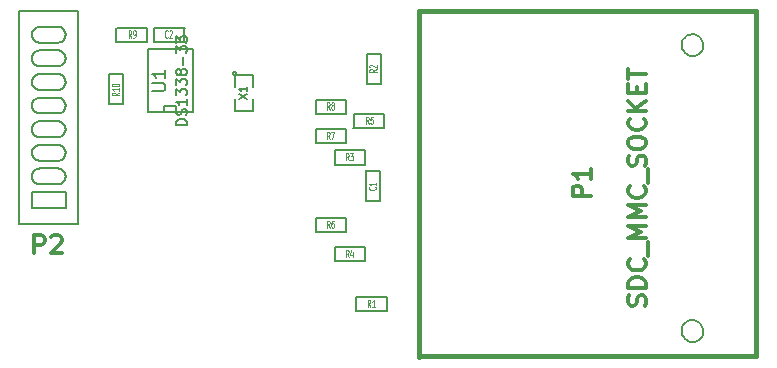
<source format=gto>
G04 (created by PCBNEW-RS274X (2010-05-05 BZR 2356)-stable) date 8/04/2011 10:33:59 a.m.*
G01*
G70*
G90*
%MOIN*%
G04 Gerber Fmt 3.4, Leading zero omitted, Abs format*
%FSLAX34Y34*%
G04 APERTURE LIST*
%ADD10C,0.006000*%
%ADD11C,0.005000*%
%ADD12C,0.015000*%
%ADD13C,0.012000*%
%ADD14C,0.003900*%
G04 APERTURE END LIST*
G54D10*
G54D11*
X21575Y-21141D02*
X21575Y-22716D01*
X19607Y-22716D02*
X19607Y-21141D01*
X21575Y-23503D02*
X21575Y-22715D01*
X19607Y-23503D02*
X19607Y-22715D01*
X21575Y-23503D02*
X21575Y-28227D01*
X21575Y-28227D02*
X19607Y-28227D01*
X19607Y-28227D02*
X19607Y-23503D01*
X19607Y-21140D02*
X21575Y-21140D01*
G54D12*
X32933Y-32673D02*
X32933Y-21147D01*
X32933Y-21147D02*
X44174Y-21147D01*
X44174Y-21147D02*
X44174Y-32653D01*
X44174Y-32653D02*
X32933Y-32653D01*
G54D11*
X23858Y-21693D02*
X22854Y-21693D01*
X22834Y-22165D02*
X23858Y-22165D01*
X23858Y-22165D02*
X23858Y-21693D01*
X22845Y-22161D02*
X22845Y-21701D01*
X29488Y-24567D02*
X30492Y-24567D01*
X30512Y-24095D02*
X29488Y-24095D01*
X29488Y-24095D02*
X29488Y-24567D01*
X30501Y-24099D02*
X30501Y-24559D01*
X29488Y-25551D02*
X30492Y-25551D01*
X30512Y-25079D02*
X29488Y-25079D01*
X29488Y-25079D02*
X29488Y-25551D01*
X30501Y-25083D02*
X30501Y-25543D01*
X29488Y-28504D02*
X30492Y-28504D01*
X30512Y-28032D02*
X29488Y-28032D01*
X29488Y-28032D02*
X29488Y-28504D01*
X30501Y-28036D02*
X30501Y-28496D01*
X23071Y-24252D02*
X23071Y-23248D01*
X22599Y-23228D02*
X22599Y-24252D01*
X22599Y-24252D02*
X23071Y-24252D01*
X22603Y-23239D02*
X23063Y-23239D01*
X30118Y-29488D02*
X31122Y-29488D01*
X31142Y-29016D02*
X30118Y-29016D01*
X30118Y-29016D02*
X30118Y-29488D01*
X31131Y-29020D02*
X31131Y-29480D01*
X30118Y-26260D02*
X31122Y-26260D01*
X31142Y-25788D02*
X30118Y-25788D01*
X30118Y-25788D02*
X30118Y-26260D01*
X31131Y-25792D02*
X31131Y-26252D01*
X31185Y-22559D02*
X31185Y-23563D01*
X31657Y-23583D02*
X31657Y-22559D01*
X31657Y-22559D02*
X31185Y-22559D01*
X31653Y-23572D02*
X31193Y-23572D01*
X30846Y-31138D02*
X31850Y-31138D01*
X31870Y-30666D02*
X30846Y-30666D01*
X30846Y-30666D02*
X30846Y-31138D01*
X31859Y-30670D02*
X31859Y-31130D01*
X31638Y-27473D02*
X31638Y-26469D01*
X31166Y-26449D02*
X31166Y-27473D01*
X31166Y-27473D02*
X31638Y-27473D01*
X31170Y-26460D02*
X31630Y-26460D01*
X31772Y-24567D02*
X30768Y-24567D01*
X30748Y-25039D02*
X31772Y-25039D01*
X31772Y-25039D02*
X31772Y-24567D01*
X30759Y-25035D02*
X30759Y-24575D01*
X24094Y-22165D02*
X25098Y-22165D01*
X25118Y-21693D02*
X24094Y-21693D01*
X24094Y-21693D02*
X24094Y-22165D01*
X25107Y-21697D02*
X25107Y-22157D01*
X26837Y-23208D02*
X26836Y-23217D01*
X26833Y-23227D01*
X26828Y-23235D01*
X26822Y-23243D01*
X26814Y-23249D01*
X26806Y-23254D01*
X26797Y-23256D01*
X26787Y-23257D01*
X26778Y-23257D01*
X26769Y-23254D01*
X26760Y-23249D01*
X26753Y-23243D01*
X26746Y-23236D01*
X26742Y-23227D01*
X26739Y-23218D01*
X26738Y-23208D01*
X26738Y-23199D01*
X26741Y-23190D01*
X26745Y-23181D01*
X26752Y-23174D01*
X26759Y-23167D01*
X26767Y-23163D01*
X26777Y-23160D01*
X26786Y-23159D01*
X26795Y-23159D01*
X26805Y-23162D01*
X26813Y-23166D01*
X26821Y-23172D01*
X26827Y-23180D01*
X26832Y-23188D01*
X26835Y-23197D01*
X26836Y-23207D01*
X26837Y-23208D01*
X26787Y-23658D02*
X26787Y-23258D01*
X26787Y-23258D02*
X27387Y-23258D01*
X27387Y-23258D02*
X27387Y-23658D01*
X27387Y-24058D02*
X27387Y-24458D01*
X27387Y-24458D02*
X26787Y-24458D01*
X26787Y-24458D02*
X26787Y-24058D01*
X25346Y-24515D02*
X25396Y-24515D01*
X25396Y-24515D02*
X25396Y-22415D01*
X23896Y-22415D02*
X23896Y-24515D01*
X23896Y-24515D02*
X25346Y-24515D01*
X24446Y-24515D02*
X24446Y-24315D01*
X24446Y-24315D02*
X24846Y-24315D01*
X24846Y-24315D02*
X24846Y-24515D01*
X23896Y-22415D02*
X25396Y-22415D01*
G54D10*
X20296Y-26130D02*
X20886Y-26130D01*
X20296Y-25600D02*
X20886Y-25600D01*
X20886Y-26130D02*
X20909Y-26128D01*
X20932Y-26125D01*
X20954Y-26120D01*
X20976Y-26114D01*
X20997Y-26105D01*
X21018Y-26094D01*
X21037Y-26082D01*
X21056Y-26068D01*
X21073Y-26052D01*
X21089Y-26035D01*
X21103Y-26016D01*
X21115Y-25997D01*
X21126Y-25976D01*
X21135Y-25955D01*
X21141Y-25933D01*
X21146Y-25911D01*
X21149Y-25888D01*
X21151Y-25865D01*
X21149Y-25842D01*
X21146Y-25819D01*
X21141Y-25797D01*
X21135Y-25775D01*
X21126Y-25754D01*
X21115Y-25733D01*
X21103Y-25714D01*
X21089Y-25695D01*
X21073Y-25678D01*
X21056Y-25662D01*
X21037Y-25648D01*
X21018Y-25636D01*
X20997Y-25625D01*
X20976Y-25616D01*
X20954Y-25610D01*
X20932Y-25605D01*
X20909Y-25602D01*
X20886Y-25600D01*
X20296Y-25600D02*
X20273Y-25602D01*
X20250Y-25605D01*
X20228Y-25610D01*
X20206Y-25616D01*
X20185Y-25625D01*
X20164Y-25636D01*
X20145Y-25648D01*
X20126Y-25662D01*
X20109Y-25678D01*
X20093Y-25695D01*
X20079Y-25714D01*
X20067Y-25733D01*
X20056Y-25754D01*
X20047Y-25775D01*
X20041Y-25797D01*
X20036Y-25819D01*
X20033Y-25842D01*
X20031Y-25865D01*
X20033Y-25888D01*
X20036Y-25911D01*
X20041Y-25933D01*
X20047Y-25955D01*
X20056Y-25976D01*
X20067Y-25997D01*
X20079Y-26016D01*
X20093Y-26035D01*
X20109Y-26052D01*
X20126Y-26068D01*
X20145Y-26082D01*
X20164Y-26094D01*
X20185Y-26105D01*
X20206Y-26114D01*
X20228Y-26120D01*
X20250Y-26125D01*
X20273Y-26128D01*
X20296Y-26130D01*
X20296Y-26917D02*
X20886Y-26917D01*
X20296Y-26387D02*
X20886Y-26387D01*
X20886Y-26917D02*
X20909Y-26915D01*
X20932Y-26912D01*
X20954Y-26907D01*
X20976Y-26901D01*
X20997Y-26892D01*
X21018Y-26881D01*
X21037Y-26869D01*
X21056Y-26855D01*
X21073Y-26839D01*
X21089Y-26822D01*
X21103Y-26803D01*
X21115Y-26784D01*
X21126Y-26763D01*
X21135Y-26742D01*
X21141Y-26720D01*
X21146Y-26698D01*
X21149Y-26675D01*
X21151Y-26652D01*
X21149Y-26629D01*
X21146Y-26606D01*
X21141Y-26584D01*
X21135Y-26562D01*
X21126Y-26541D01*
X21115Y-26520D01*
X21103Y-26501D01*
X21089Y-26482D01*
X21073Y-26465D01*
X21056Y-26449D01*
X21037Y-26435D01*
X21018Y-26423D01*
X20997Y-26412D01*
X20976Y-26403D01*
X20954Y-26397D01*
X20932Y-26392D01*
X20909Y-26389D01*
X20886Y-26387D01*
X20296Y-26387D02*
X20273Y-26389D01*
X20250Y-26392D01*
X20228Y-26397D01*
X20206Y-26403D01*
X20185Y-26412D01*
X20164Y-26423D01*
X20145Y-26435D01*
X20126Y-26449D01*
X20109Y-26465D01*
X20093Y-26482D01*
X20079Y-26501D01*
X20067Y-26520D01*
X20056Y-26541D01*
X20047Y-26562D01*
X20041Y-26584D01*
X20036Y-26606D01*
X20033Y-26629D01*
X20031Y-26652D01*
X20033Y-26675D01*
X20036Y-26698D01*
X20041Y-26720D01*
X20047Y-26742D01*
X20056Y-26763D01*
X20067Y-26784D01*
X20079Y-26803D01*
X20093Y-26822D01*
X20109Y-26839D01*
X20126Y-26855D01*
X20145Y-26869D01*
X20164Y-26881D01*
X20185Y-26892D01*
X20206Y-26901D01*
X20228Y-26907D01*
X20250Y-26912D01*
X20273Y-26915D01*
X20296Y-26917D01*
X20031Y-27175D02*
X20031Y-27705D01*
X21151Y-27705D01*
X21151Y-27175D01*
X20031Y-27175D01*
X20296Y-25343D02*
X20886Y-25343D01*
X20296Y-24813D02*
X20886Y-24813D01*
X20886Y-25343D02*
X20909Y-25341D01*
X20932Y-25338D01*
X20954Y-25333D01*
X20976Y-25327D01*
X20997Y-25318D01*
X21018Y-25307D01*
X21037Y-25295D01*
X21056Y-25281D01*
X21073Y-25265D01*
X21089Y-25248D01*
X21103Y-25229D01*
X21115Y-25210D01*
X21126Y-25189D01*
X21135Y-25168D01*
X21141Y-25146D01*
X21146Y-25124D01*
X21149Y-25101D01*
X21151Y-25078D01*
X21149Y-25055D01*
X21146Y-25032D01*
X21141Y-25010D01*
X21135Y-24988D01*
X21126Y-24967D01*
X21115Y-24946D01*
X21103Y-24927D01*
X21089Y-24908D01*
X21073Y-24891D01*
X21056Y-24875D01*
X21037Y-24861D01*
X21018Y-24849D01*
X20997Y-24838D01*
X20976Y-24829D01*
X20954Y-24823D01*
X20932Y-24818D01*
X20909Y-24815D01*
X20886Y-24813D01*
X20296Y-24813D02*
X20273Y-24815D01*
X20250Y-24818D01*
X20228Y-24823D01*
X20206Y-24829D01*
X20185Y-24838D01*
X20164Y-24849D01*
X20145Y-24861D01*
X20126Y-24875D01*
X20109Y-24891D01*
X20093Y-24908D01*
X20079Y-24927D01*
X20067Y-24946D01*
X20056Y-24967D01*
X20047Y-24988D01*
X20041Y-25010D01*
X20036Y-25032D01*
X20033Y-25055D01*
X20031Y-25078D01*
X20033Y-25101D01*
X20036Y-25124D01*
X20041Y-25146D01*
X20047Y-25168D01*
X20056Y-25189D01*
X20067Y-25210D01*
X20079Y-25229D01*
X20093Y-25248D01*
X20109Y-25265D01*
X20126Y-25281D01*
X20145Y-25295D01*
X20164Y-25307D01*
X20185Y-25318D01*
X20206Y-25327D01*
X20228Y-25333D01*
X20250Y-25338D01*
X20273Y-25341D01*
X20296Y-25343D01*
X20296Y-24555D02*
X20886Y-24555D01*
X20296Y-24025D02*
X20886Y-24025D01*
X20886Y-24555D02*
X20909Y-24553D01*
X20932Y-24550D01*
X20954Y-24545D01*
X20976Y-24539D01*
X20997Y-24530D01*
X21018Y-24519D01*
X21037Y-24507D01*
X21056Y-24493D01*
X21073Y-24477D01*
X21089Y-24460D01*
X21103Y-24441D01*
X21115Y-24422D01*
X21126Y-24401D01*
X21135Y-24380D01*
X21141Y-24358D01*
X21146Y-24336D01*
X21149Y-24313D01*
X21151Y-24290D01*
X21149Y-24267D01*
X21146Y-24244D01*
X21141Y-24222D01*
X21135Y-24200D01*
X21126Y-24179D01*
X21115Y-24158D01*
X21103Y-24139D01*
X21089Y-24120D01*
X21073Y-24103D01*
X21056Y-24087D01*
X21037Y-24073D01*
X21018Y-24061D01*
X20997Y-24050D01*
X20976Y-24041D01*
X20954Y-24035D01*
X20932Y-24030D01*
X20909Y-24027D01*
X20886Y-24025D01*
X20296Y-24025D02*
X20273Y-24027D01*
X20250Y-24030D01*
X20228Y-24035D01*
X20206Y-24041D01*
X20185Y-24050D01*
X20164Y-24061D01*
X20145Y-24073D01*
X20126Y-24087D01*
X20109Y-24103D01*
X20093Y-24120D01*
X20079Y-24139D01*
X20067Y-24158D01*
X20056Y-24179D01*
X20047Y-24200D01*
X20041Y-24222D01*
X20036Y-24244D01*
X20033Y-24267D01*
X20031Y-24290D01*
X20033Y-24313D01*
X20036Y-24336D01*
X20041Y-24358D01*
X20047Y-24380D01*
X20056Y-24401D01*
X20067Y-24422D01*
X20079Y-24441D01*
X20093Y-24460D01*
X20109Y-24477D01*
X20126Y-24493D01*
X20145Y-24507D01*
X20164Y-24519D01*
X20185Y-24530D01*
X20206Y-24539D01*
X20228Y-24545D01*
X20250Y-24550D01*
X20273Y-24553D01*
X20296Y-24555D01*
X20296Y-23768D02*
X20886Y-23768D01*
X20296Y-23238D02*
X20886Y-23238D01*
X20886Y-23768D02*
X20909Y-23766D01*
X20932Y-23763D01*
X20954Y-23758D01*
X20976Y-23752D01*
X20997Y-23743D01*
X21018Y-23732D01*
X21037Y-23720D01*
X21056Y-23706D01*
X21073Y-23690D01*
X21089Y-23673D01*
X21103Y-23654D01*
X21115Y-23635D01*
X21126Y-23614D01*
X21135Y-23593D01*
X21141Y-23571D01*
X21146Y-23549D01*
X21149Y-23526D01*
X21151Y-23503D01*
X21149Y-23480D01*
X21146Y-23457D01*
X21141Y-23435D01*
X21135Y-23413D01*
X21126Y-23392D01*
X21115Y-23371D01*
X21103Y-23352D01*
X21089Y-23333D01*
X21073Y-23316D01*
X21056Y-23300D01*
X21037Y-23286D01*
X21018Y-23274D01*
X20997Y-23263D01*
X20976Y-23254D01*
X20954Y-23248D01*
X20932Y-23243D01*
X20909Y-23240D01*
X20886Y-23238D01*
X20296Y-23238D02*
X20273Y-23240D01*
X20250Y-23243D01*
X20228Y-23248D01*
X20206Y-23254D01*
X20185Y-23263D01*
X20164Y-23274D01*
X20145Y-23286D01*
X20126Y-23300D01*
X20109Y-23316D01*
X20093Y-23333D01*
X20079Y-23352D01*
X20067Y-23371D01*
X20056Y-23392D01*
X20047Y-23413D01*
X20041Y-23435D01*
X20036Y-23457D01*
X20033Y-23480D01*
X20031Y-23503D01*
X20033Y-23526D01*
X20036Y-23549D01*
X20041Y-23571D01*
X20047Y-23593D01*
X20056Y-23614D01*
X20067Y-23635D01*
X20079Y-23654D01*
X20093Y-23673D01*
X20109Y-23690D01*
X20126Y-23706D01*
X20145Y-23720D01*
X20164Y-23732D01*
X20185Y-23743D01*
X20206Y-23752D01*
X20228Y-23758D01*
X20250Y-23763D01*
X20273Y-23766D01*
X20296Y-23768D01*
X20296Y-22981D02*
X20886Y-22981D01*
X20296Y-22451D02*
X20886Y-22451D01*
X20886Y-22981D02*
X20909Y-22979D01*
X20932Y-22976D01*
X20954Y-22971D01*
X20976Y-22965D01*
X20997Y-22956D01*
X21018Y-22945D01*
X21037Y-22933D01*
X21056Y-22919D01*
X21073Y-22903D01*
X21089Y-22886D01*
X21103Y-22867D01*
X21115Y-22848D01*
X21126Y-22827D01*
X21135Y-22806D01*
X21141Y-22784D01*
X21146Y-22762D01*
X21149Y-22739D01*
X21151Y-22716D01*
X21149Y-22693D01*
X21146Y-22670D01*
X21141Y-22648D01*
X21135Y-22626D01*
X21126Y-22605D01*
X21115Y-22584D01*
X21103Y-22565D01*
X21089Y-22546D01*
X21073Y-22529D01*
X21056Y-22513D01*
X21037Y-22499D01*
X21018Y-22487D01*
X20997Y-22476D01*
X20976Y-22467D01*
X20954Y-22461D01*
X20932Y-22456D01*
X20909Y-22453D01*
X20886Y-22451D01*
X20296Y-22451D02*
X20273Y-22453D01*
X20250Y-22456D01*
X20228Y-22461D01*
X20206Y-22467D01*
X20185Y-22476D01*
X20164Y-22487D01*
X20145Y-22499D01*
X20126Y-22513D01*
X20109Y-22529D01*
X20093Y-22546D01*
X20079Y-22565D01*
X20067Y-22584D01*
X20056Y-22605D01*
X20047Y-22626D01*
X20041Y-22648D01*
X20036Y-22670D01*
X20033Y-22693D01*
X20031Y-22716D01*
X20033Y-22739D01*
X20036Y-22762D01*
X20041Y-22784D01*
X20047Y-22806D01*
X20056Y-22827D01*
X20067Y-22848D01*
X20079Y-22867D01*
X20093Y-22886D01*
X20109Y-22903D01*
X20126Y-22919D01*
X20145Y-22933D01*
X20164Y-22945D01*
X20185Y-22956D01*
X20206Y-22965D01*
X20228Y-22971D01*
X20250Y-22976D01*
X20273Y-22979D01*
X20296Y-22981D01*
X20296Y-22194D02*
X20886Y-22194D01*
X20296Y-21664D02*
X20886Y-21664D01*
X20886Y-22194D02*
X20909Y-22192D01*
X20932Y-22189D01*
X20954Y-22184D01*
X20976Y-22178D01*
X20997Y-22169D01*
X21018Y-22158D01*
X21037Y-22146D01*
X21056Y-22132D01*
X21073Y-22116D01*
X21089Y-22099D01*
X21103Y-22080D01*
X21115Y-22061D01*
X21126Y-22040D01*
X21135Y-22019D01*
X21141Y-21997D01*
X21146Y-21975D01*
X21149Y-21952D01*
X21151Y-21929D01*
X21149Y-21906D01*
X21146Y-21883D01*
X21141Y-21861D01*
X21135Y-21839D01*
X21126Y-21818D01*
X21115Y-21797D01*
X21103Y-21778D01*
X21089Y-21759D01*
X21073Y-21742D01*
X21056Y-21726D01*
X21037Y-21712D01*
X21018Y-21700D01*
X20997Y-21689D01*
X20976Y-21680D01*
X20954Y-21674D01*
X20932Y-21669D01*
X20909Y-21666D01*
X20886Y-21664D01*
X20296Y-21664D02*
X20273Y-21666D01*
X20250Y-21669D01*
X20228Y-21674D01*
X20206Y-21680D01*
X20185Y-21689D01*
X20164Y-21700D01*
X20145Y-21712D01*
X20126Y-21726D01*
X20109Y-21742D01*
X20093Y-21759D01*
X20079Y-21778D01*
X20067Y-21797D01*
X20056Y-21818D01*
X20047Y-21839D01*
X20041Y-21861D01*
X20036Y-21883D01*
X20033Y-21906D01*
X20031Y-21929D01*
X20033Y-21952D01*
X20036Y-21975D01*
X20041Y-21997D01*
X20047Y-22019D01*
X20056Y-22040D01*
X20067Y-22061D01*
X20079Y-22080D01*
X20093Y-22099D01*
X20109Y-22116D01*
X20126Y-22132D01*
X20145Y-22146D01*
X20164Y-22158D01*
X20185Y-22169D01*
X20206Y-22178D01*
X20228Y-22184D01*
X20250Y-22189D01*
X20273Y-22192D01*
X20296Y-22194D01*
X42411Y-31807D02*
X42404Y-31877D01*
X42383Y-31945D01*
X42350Y-32007D01*
X42305Y-32062D01*
X42250Y-32107D01*
X42188Y-32141D01*
X42120Y-32162D01*
X42050Y-32169D01*
X41980Y-32163D01*
X41913Y-32143D01*
X41850Y-32110D01*
X41795Y-32066D01*
X41749Y-32012D01*
X41715Y-31950D01*
X41693Y-31882D01*
X41686Y-31812D01*
X41691Y-31742D01*
X41711Y-31674D01*
X41743Y-31611D01*
X41787Y-31555D01*
X41841Y-31509D01*
X41903Y-31475D01*
X41971Y-31453D01*
X42041Y-31445D01*
X42111Y-31450D01*
X42179Y-31469D01*
X42242Y-31501D01*
X42298Y-31545D01*
X42344Y-31598D01*
X42379Y-31660D01*
X42401Y-31727D01*
X42410Y-31797D01*
X42411Y-31807D01*
X42411Y-22279D02*
X42404Y-22349D01*
X42383Y-22417D01*
X42350Y-22479D01*
X42305Y-22534D01*
X42250Y-22579D01*
X42188Y-22613D01*
X42120Y-22634D01*
X42050Y-22641D01*
X41980Y-22635D01*
X41913Y-22615D01*
X41850Y-22582D01*
X41795Y-22538D01*
X41749Y-22484D01*
X41715Y-22422D01*
X41693Y-22354D01*
X41686Y-22284D01*
X41691Y-22214D01*
X41711Y-22146D01*
X41743Y-22083D01*
X41787Y-22027D01*
X41841Y-21981D01*
X41903Y-21947D01*
X41971Y-21925D01*
X42041Y-21917D01*
X42111Y-21922D01*
X42179Y-21941D01*
X42242Y-21973D01*
X42298Y-22017D01*
X42344Y-22070D01*
X42379Y-22132D01*
X42401Y-22199D01*
X42410Y-22269D01*
X42411Y-22279D01*
G54D13*
X20109Y-29219D02*
X20109Y-28619D01*
X20337Y-28619D01*
X20395Y-28647D01*
X20423Y-28676D01*
X20452Y-28733D01*
X20452Y-28819D01*
X20423Y-28876D01*
X20395Y-28905D01*
X20337Y-28933D01*
X20109Y-28933D01*
X20680Y-28676D02*
X20709Y-28647D01*
X20766Y-28619D01*
X20909Y-28619D01*
X20966Y-28647D01*
X20995Y-28676D01*
X21023Y-28733D01*
X21023Y-28790D01*
X20995Y-28876D01*
X20652Y-29219D01*
X21023Y-29219D01*
X38649Y-27308D02*
X38049Y-27308D01*
X38049Y-27080D01*
X38077Y-27022D01*
X38106Y-26994D01*
X38163Y-26965D01*
X38249Y-26965D01*
X38306Y-26994D01*
X38335Y-27022D01*
X38363Y-27080D01*
X38363Y-27308D01*
X38649Y-26394D02*
X38649Y-26737D01*
X38649Y-26565D02*
X38049Y-26565D01*
X38135Y-26622D01*
X38192Y-26680D01*
X38220Y-26737D01*
X40470Y-30957D02*
X40499Y-30871D01*
X40499Y-30728D01*
X40470Y-30671D01*
X40442Y-30642D01*
X40385Y-30614D01*
X40327Y-30614D01*
X40270Y-30642D01*
X40242Y-30671D01*
X40213Y-30728D01*
X40185Y-30842D01*
X40156Y-30900D01*
X40127Y-30928D01*
X40070Y-30957D01*
X40013Y-30957D01*
X39956Y-30928D01*
X39927Y-30900D01*
X39899Y-30842D01*
X39899Y-30700D01*
X39927Y-30614D01*
X40499Y-30357D02*
X39899Y-30357D01*
X39899Y-30214D01*
X39927Y-30129D01*
X39985Y-30071D01*
X40042Y-30043D01*
X40156Y-30014D01*
X40242Y-30014D01*
X40356Y-30043D01*
X40413Y-30071D01*
X40470Y-30129D01*
X40499Y-30214D01*
X40499Y-30357D01*
X40442Y-29414D02*
X40470Y-29443D01*
X40499Y-29529D01*
X40499Y-29586D01*
X40470Y-29671D01*
X40413Y-29729D01*
X40356Y-29757D01*
X40242Y-29786D01*
X40156Y-29786D01*
X40042Y-29757D01*
X39985Y-29729D01*
X39927Y-29671D01*
X39899Y-29586D01*
X39899Y-29529D01*
X39927Y-29443D01*
X39956Y-29414D01*
X40556Y-29300D02*
X40556Y-28843D01*
X40499Y-28700D02*
X39899Y-28700D01*
X40327Y-28500D01*
X39899Y-28300D01*
X40499Y-28300D01*
X40499Y-28014D02*
X39899Y-28014D01*
X40327Y-27814D01*
X39899Y-27614D01*
X40499Y-27614D01*
X40442Y-26985D02*
X40470Y-27014D01*
X40499Y-27100D01*
X40499Y-27157D01*
X40470Y-27242D01*
X40413Y-27300D01*
X40356Y-27328D01*
X40242Y-27357D01*
X40156Y-27357D01*
X40042Y-27328D01*
X39985Y-27300D01*
X39927Y-27242D01*
X39899Y-27157D01*
X39899Y-27100D01*
X39927Y-27014D01*
X39956Y-26985D01*
X40556Y-26871D02*
X40556Y-26414D01*
X40470Y-26300D02*
X40499Y-26214D01*
X40499Y-26071D01*
X40470Y-26014D01*
X40442Y-25985D01*
X40385Y-25957D01*
X40327Y-25957D01*
X40270Y-25985D01*
X40242Y-26014D01*
X40213Y-26071D01*
X40185Y-26185D01*
X40156Y-26243D01*
X40127Y-26271D01*
X40070Y-26300D01*
X40013Y-26300D01*
X39956Y-26271D01*
X39927Y-26243D01*
X39899Y-26185D01*
X39899Y-26043D01*
X39927Y-25957D01*
X39899Y-25586D02*
X39899Y-25472D01*
X39927Y-25414D01*
X39985Y-25357D01*
X40099Y-25329D01*
X40299Y-25329D01*
X40413Y-25357D01*
X40470Y-25414D01*
X40499Y-25472D01*
X40499Y-25586D01*
X40470Y-25643D01*
X40413Y-25700D01*
X40299Y-25729D01*
X40099Y-25729D01*
X39985Y-25700D01*
X39927Y-25643D01*
X39899Y-25586D01*
X40442Y-24728D02*
X40470Y-24757D01*
X40499Y-24843D01*
X40499Y-24900D01*
X40470Y-24985D01*
X40413Y-25043D01*
X40356Y-25071D01*
X40242Y-25100D01*
X40156Y-25100D01*
X40042Y-25071D01*
X39985Y-25043D01*
X39927Y-24985D01*
X39899Y-24900D01*
X39899Y-24843D01*
X39927Y-24757D01*
X39956Y-24728D01*
X40499Y-24471D02*
X39899Y-24471D01*
X40499Y-24128D02*
X40156Y-24385D01*
X39899Y-24128D02*
X40242Y-24471D01*
X40185Y-23871D02*
X40185Y-23671D01*
X40499Y-23585D02*
X40499Y-23871D01*
X39899Y-23871D01*
X39899Y-23585D01*
X39899Y-23414D02*
X39899Y-23071D01*
X40499Y-23242D02*
X39899Y-23242D01*
G54D14*
X23340Y-22026D02*
X23288Y-21911D01*
X23250Y-22026D02*
X23250Y-21785D01*
X23310Y-21785D01*
X23325Y-21797D01*
X23333Y-21808D01*
X23340Y-21831D01*
X23340Y-21865D01*
X23333Y-21888D01*
X23325Y-21900D01*
X23310Y-21911D01*
X23250Y-21911D01*
X23415Y-22026D02*
X23445Y-22026D01*
X23460Y-22015D01*
X23467Y-22003D01*
X23482Y-21969D01*
X23490Y-21923D01*
X23490Y-21831D01*
X23482Y-21808D01*
X23475Y-21797D01*
X23460Y-21785D01*
X23430Y-21785D01*
X23415Y-21797D01*
X23407Y-21808D01*
X23400Y-21831D01*
X23400Y-21888D01*
X23407Y-21911D01*
X23415Y-21923D01*
X23430Y-21934D01*
X23460Y-21934D01*
X23475Y-21923D01*
X23482Y-21911D01*
X23490Y-21888D01*
X29954Y-24428D02*
X29902Y-24313D01*
X29864Y-24428D02*
X29864Y-24187D01*
X29924Y-24187D01*
X29939Y-24199D01*
X29947Y-24210D01*
X29954Y-24233D01*
X29954Y-24267D01*
X29947Y-24290D01*
X29939Y-24302D01*
X29924Y-24313D01*
X29864Y-24313D01*
X30044Y-24290D02*
X30029Y-24279D01*
X30021Y-24267D01*
X30014Y-24244D01*
X30014Y-24233D01*
X30021Y-24210D01*
X30029Y-24199D01*
X30044Y-24187D01*
X30074Y-24187D01*
X30089Y-24199D01*
X30096Y-24210D01*
X30104Y-24233D01*
X30104Y-24244D01*
X30096Y-24267D01*
X30089Y-24279D01*
X30074Y-24290D01*
X30044Y-24290D01*
X30029Y-24302D01*
X30021Y-24313D01*
X30014Y-24336D01*
X30014Y-24382D01*
X30021Y-24405D01*
X30029Y-24417D01*
X30044Y-24428D01*
X30074Y-24428D01*
X30089Y-24417D01*
X30096Y-24405D01*
X30104Y-24382D01*
X30104Y-24336D01*
X30096Y-24313D01*
X30089Y-24302D01*
X30074Y-24290D01*
X29954Y-25412D02*
X29902Y-25297D01*
X29864Y-25412D02*
X29864Y-25171D01*
X29924Y-25171D01*
X29939Y-25183D01*
X29947Y-25194D01*
X29954Y-25217D01*
X29954Y-25251D01*
X29947Y-25274D01*
X29939Y-25286D01*
X29924Y-25297D01*
X29864Y-25297D01*
X30006Y-25171D02*
X30111Y-25171D01*
X30044Y-25412D01*
X29954Y-28365D02*
X29902Y-28250D01*
X29864Y-28365D02*
X29864Y-28124D01*
X29924Y-28124D01*
X29939Y-28136D01*
X29947Y-28147D01*
X29954Y-28170D01*
X29954Y-28204D01*
X29947Y-28227D01*
X29939Y-28239D01*
X29924Y-28250D01*
X29864Y-28250D01*
X30089Y-28124D02*
X30059Y-28124D01*
X30044Y-28136D01*
X30036Y-28147D01*
X30021Y-28181D01*
X30014Y-28227D01*
X30014Y-28319D01*
X30021Y-28342D01*
X30029Y-28354D01*
X30044Y-28365D01*
X30074Y-28365D01*
X30089Y-28354D01*
X30096Y-28342D01*
X30104Y-28319D01*
X30104Y-28262D01*
X30096Y-28239D01*
X30089Y-28227D01*
X30074Y-28216D01*
X30044Y-28216D01*
X30029Y-28227D01*
X30021Y-28239D01*
X30014Y-28262D01*
X22932Y-23861D02*
X22817Y-23913D01*
X22932Y-23951D02*
X22691Y-23951D01*
X22691Y-23891D01*
X22703Y-23876D01*
X22714Y-23868D01*
X22737Y-23861D01*
X22771Y-23861D01*
X22794Y-23868D01*
X22806Y-23876D01*
X22817Y-23891D01*
X22817Y-23951D01*
X22932Y-23711D02*
X22932Y-23801D01*
X22932Y-23756D02*
X22691Y-23756D01*
X22725Y-23771D01*
X22748Y-23786D01*
X22760Y-23801D01*
X22691Y-23614D02*
X22691Y-23599D01*
X22703Y-23584D01*
X22714Y-23576D01*
X22737Y-23569D01*
X22783Y-23561D01*
X22840Y-23561D01*
X22886Y-23569D01*
X22909Y-23576D01*
X22921Y-23584D01*
X22932Y-23599D01*
X22932Y-23614D01*
X22921Y-23629D01*
X22909Y-23636D01*
X22886Y-23644D01*
X22840Y-23651D01*
X22783Y-23651D01*
X22737Y-23644D01*
X22714Y-23636D01*
X22703Y-23629D01*
X22691Y-23614D01*
X30584Y-29349D02*
X30532Y-29234D01*
X30494Y-29349D02*
X30494Y-29108D01*
X30554Y-29108D01*
X30569Y-29120D01*
X30577Y-29131D01*
X30584Y-29154D01*
X30584Y-29188D01*
X30577Y-29211D01*
X30569Y-29223D01*
X30554Y-29234D01*
X30494Y-29234D01*
X30719Y-29188D02*
X30719Y-29349D01*
X30681Y-29097D02*
X30644Y-29269D01*
X30741Y-29269D01*
X30584Y-26121D02*
X30532Y-26006D01*
X30494Y-26121D02*
X30494Y-25880D01*
X30554Y-25880D01*
X30569Y-25892D01*
X30577Y-25903D01*
X30584Y-25926D01*
X30584Y-25960D01*
X30577Y-25983D01*
X30569Y-25995D01*
X30554Y-26006D01*
X30494Y-26006D01*
X30636Y-25880D02*
X30734Y-25880D01*
X30681Y-25972D01*
X30704Y-25972D01*
X30719Y-25983D01*
X30726Y-25995D01*
X30734Y-26018D01*
X30734Y-26075D01*
X30726Y-26098D01*
X30719Y-26110D01*
X30704Y-26121D01*
X30659Y-26121D01*
X30644Y-26110D01*
X30636Y-26098D01*
X31518Y-23077D02*
X31403Y-23129D01*
X31518Y-23167D02*
X31277Y-23167D01*
X31277Y-23107D01*
X31289Y-23092D01*
X31300Y-23084D01*
X31323Y-23077D01*
X31357Y-23077D01*
X31380Y-23084D01*
X31392Y-23092D01*
X31403Y-23107D01*
X31403Y-23167D01*
X31300Y-23017D02*
X31289Y-23010D01*
X31277Y-22995D01*
X31277Y-22957D01*
X31289Y-22942D01*
X31300Y-22935D01*
X31323Y-22927D01*
X31346Y-22927D01*
X31380Y-22935D01*
X31518Y-23025D01*
X31518Y-22927D01*
X31312Y-30999D02*
X31260Y-30884D01*
X31222Y-30999D02*
X31222Y-30758D01*
X31282Y-30758D01*
X31297Y-30770D01*
X31305Y-30781D01*
X31312Y-30804D01*
X31312Y-30838D01*
X31305Y-30861D01*
X31297Y-30873D01*
X31282Y-30884D01*
X31222Y-30884D01*
X31462Y-30999D02*
X31372Y-30999D01*
X31417Y-30999D02*
X31417Y-30758D01*
X31402Y-30792D01*
X31387Y-30815D01*
X31372Y-30827D01*
X31476Y-27007D02*
X31488Y-27014D01*
X31499Y-27037D01*
X31499Y-27052D01*
X31488Y-27074D01*
X31465Y-27089D01*
X31442Y-27097D01*
X31396Y-27104D01*
X31361Y-27104D01*
X31315Y-27097D01*
X31292Y-27089D01*
X31270Y-27074D01*
X31258Y-27052D01*
X31258Y-27037D01*
X31270Y-27014D01*
X31281Y-27007D01*
X31499Y-26857D02*
X31499Y-26947D01*
X31499Y-26902D02*
X31258Y-26902D01*
X31292Y-26917D01*
X31315Y-26932D01*
X31327Y-26947D01*
X31254Y-24900D02*
X31202Y-24785D01*
X31164Y-24900D02*
X31164Y-24659D01*
X31224Y-24659D01*
X31239Y-24671D01*
X31247Y-24682D01*
X31254Y-24705D01*
X31254Y-24739D01*
X31247Y-24762D01*
X31239Y-24774D01*
X31224Y-24785D01*
X31164Y-24785D01*
X31396Y-24659D02*
X31321Y-24659D01*
X31314Y-24774D01*
X31321Y-24762D01*
X31336Y-24751D01*
X31374Y-24751D01*
X31389Y-24762D01*
X31396Y-24774D01*
X31404Y-24797D01*
X31404Y-24854D01*
X31396Y-24877D01*
X31389Y-24889D01*
X31374Y-24900D01*
X31336Y-24900D01*
X31321Y-24889D01*
X31314Y-24877D01*
X24560Y-22003D02*
X24553Y-22015D01*
X24530Y-22026D01*
X24515Y-22026D01*
X24493Y-22015D01*
X24478Y-21992D01*
X24470Y-21969D01*
X24463Y-21923D01*
X24463Y-21888D01*
X24470Y-21842D01*
X24478Y-21819D01*
X24493Y-21797D01*
X24515Y-21785D01*
X24530Y-21785D01*
X24553Y-21797D01*
X24560Y-21808D01*
X24620Y-21808D02*
X24627Y-21797D01*
X24642Y-21785D01*
X24680Y-21785D01*
X24695Y-21797D01*
X24702Y-21808D01*
X24710Y-21831D01*
X24710Y-21854D01*
X24702Y-21888D01*
X24612Y-22026D01*
X24710Y-22026D01*
G54D11*
X26938Y-24060D02*
X27188Y-23894D01*
X26938Y-23894D02*
X27188Y-24060D01*
X27188Y-23668D02*
X27188Y-23810D01*
X27188Y-23739D02*
X26938Y-23739D01*
X26974Y-23763D01*
X26998Y-23787D01*
X27010Y-23810D01*
G54D10*
X24028Y-23808D02*
X24392Y-23808D01*
X24435Y-23786D01*
X24457Y-23765D01*
X24478Y-23722D01*
X24478Y-23636D01*
X24457Y-23594D01*
X24435Y-23572D01*
X24392Y-23551D01*
X24028Y-23551D01*
X24478Y-23101D02*
X24478Y-23358D01*
X24478Y-23230D02*
X24028Y-23230D01*
X24092Y-23273D01*
X24135Y-23315D01*
X24157Y-23358D01*
X25188Y-24939D02*
X24838Y-24939D01*
X24838Y-24855D01*
X24854Y-24805D01*
X24888Y-24772D01*
X24921Y-24755D01*
X24988Y-24739D01*
X25038Y-24739D01*
X25104Y-24755D01*
X25138Y-24772D01*
X25171Y-24805D01*
X25188Y-24855D01*
X25188Y-24939D01*
X25171Y-24605D02*
X25188Y-24555D01*
X25188Y-24472D01*
X25171Y-24439D01*
X25154Y-24422D01*
X25121Y-24405D01*
X25088Y-24405D01*
X25054Y-24422D01*
X25038Y-24439D01*
X25021Y-24472D01*
X25004Y-24539D01*
X24988Y-24572D01*
X24971Y-24589D01*
X24938Y-24605D01*
X24904Y-24605D01*
X24871Y-24589D01*
X24854Y-24572D01*
X24838Y-24539D01*
X24838Y-24455D01*
X24854Y-24405D01*
X25188Y-24072D02*
X25188Y-24272D01*
X25188Y-24172D02*
X24838Y-24172D01*
X24888Y-24206D01*
X24921Y-24239D01*
X24938Y-24272D01*
X24838Y-23956D02*
X24838Y-23739D01*
X24971Y-23856D01*
X24971Y-23806D01*
X24988Y-23773D01*
X25004Y-23756D01*
X25038Y-23739D01*
X25121Y-23739D01*
X25154Y-23756D01*
X25171Y-23773D01*
X25188Y-23806D01*
X25188Y-23906D01*
X25171Y-23939D01*
X25154Y-23956D01*
X24838Y-23623D02*
X24838Y-23406D01*
X24971Y-23523D01*
X24971Y-23473D01*
X24988Y-23440D01*
X25004Y-23423D01*
X25038Y-23406D01*
X25121Y-23406D01*
X25154Y-23423D01*
X25171Y-23440D01*
X25188Y-23473D01*
X25188Y-23573D01*
X25171Y-23606D01*
X25154Y-23623D01*
X24988Y-23207D02*
X24971Y-23240D01*
X24954Y-23257D01*
X24921Y-23273D01*
X24904Y-23273D01*
X24871Y-23257D01*
X24854Y-23240D01*
X24838Y-23207D01*
X24838Y-23140D01*
X24854Y-23107D01*
X24871Y-23090D01*
X24904Y-23073D01*
X24921Y-23073D01*
X24954Y-23090D01*
X24971Y-23107D01*
X24988Y-23140D01*
X24988Y-23207D01*
X25004Y-23240D01*
X25021Y-23257D01*
X25054Y-23273D01*
X25121Y-23273D01*
X25154Y-23257D01*
X25171Y-23240D01*
X25188Y-23207D01*
X25188Y-23140D01*
X25171Y-23107D01*
X25154Y-23090D01*
X25121Y-23073D01*
X25054Y-23073D01*
X25021Y-23090D01*
X25004Y-23107D01*
X24988Y-23140D01*
X25054Y-22924D02*
X25054Y-22657D01*
X24838Y-22524D02*
X24838Y-22307D01*
X24971Y-22424D01*
X24971Y-22374D01*
X24988Y-22341D01*
X25004Y-22324D01*
X25038Y-22307D01*
X25121Y-22307D01*
X25154Y-22324D01*
X25171Y-22341D01*
X25188Y-22374D01*
X25188Y-22474D01*
X25171Y-22507D01*
X25154Y-22524D01*
X24838Y-22191D02*
X24838Y-21974D01*
X24971Y-22091D01*
X24971Y-22041D01*
X24988Y-22008D01*
X25004Y-21991D01*
X25038Y-21974D01*
X25121Y-21974D01*
X25154Y-21991D01*
X25171Y-22008D01*
X25188Y-22041D01*
X25188Y-22141D01*
X25171Y-22174D01*
X25154Y-22191D01*
M02*

</source>
